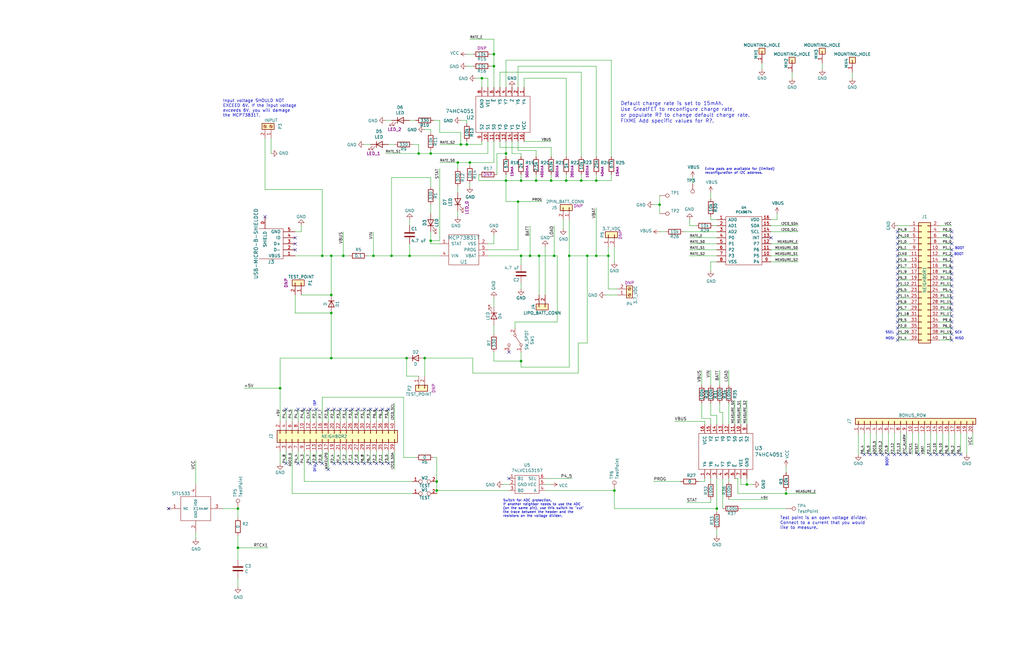
<source format=kicad_sch>
(kicad_sch (version 20230121) (generator eeschema)
  (paper "USLedger")
  (title_block (title "Jasmine") (date "2019-03-27") (company "Copyright 2015 Michael Ossmann") (comment 1 "License: GPL v2"))
  (junction (at 196.85 60.96))
  (junction (at 165.1 107.95))
  (junction (at 256.54 107.95))
  (junction (at 203.2 33.02))
  (junction (at 100.33 231.14))
  (junction (at 194.31 60.96))
  (junction (at 198.12 68.58))
  (junction (at 157.48 107.95))
  (junction (at 184.15 203.2))
  (junction (at 100.33 214.63))
  (junction (at 118.11 163.83))
  (junction (at 259.08 207.01))
  (junction (at 247.65 107.95))
  (junction (at 219.71 107.95))
  (junction (at 144.78 107.95))
  (junction (at 193.04 68.58))
  (junction (at 176.53 64.77))
  (junction (at 251.46 107.95))
  (junction (at 181.61 64.77))
  (junction (at 314.96 204.47))
  (junction (at 227.33 107.95))
  (junction (at 139.7 124.46))
  (junction (at 139.7 132.08))
  (junction (at 233.68 107.95))
  (junction (at 223.52 107.95))
  (junction (at 171.45 151.13))
  (junction (at 213.36 76.2))
  (junction (at 181.61 101.6))
  (junction (at 245.11 76.2))
  (junction (at 251.46 76.2))
  (junction (at 139.7 107.95))
  (junction (at 219.71 76.2))
  (junction (at 238.76 76.2))
  (junction (at 208.28 27.94))
  (junction (at 213.36 64.77))
  (junction (at 226.06 76.2))
  (junction (at 218.44 85.09))
  (junction (at 232.41 76.2))
  (junction (at 135.89 107.95))
  (junction (at 302.26 214.63))
  (junction (at 172.72 107.95))
  (junction (at 179.07 151.13))
  (junction (at 184.15 207.01))
  (junction (at 208.28 22.86))
  (junction (at 278.13 86.36))
  (junction (at 139.7 151.13))
  (junction (at 219.71 152.4))
  (junction (at 331.47 208.28))
  (junction (at 240.03 107.95))
  (no_connect (at 397.51 191.77))
  (no_connect (at 148.59 172.72))
  (no_connect (at 135.89 195.58))
  (no_connect (at 133.35 195.58))
  (no_connect (at 401.32 128.27))
  (no_connect (at 378.46 123.19))
  (no_connect (at 125.73 195.58))
  (no_connect (at 120.65 172.72))
  (no_connect (at 138.43 198.12))
  (no_connect (at 378.46 140.97))
  (no_connect (at 401.32 135.89))
  (no_connect (at 401.32 118.11))
  (no_connect (at 402.59 191.77))
  (no_connect (at 382.27 191.77))
  (no_connect (at 120.65 195.58))
  (no_connect (at 153.67 195.58))
  (no_connect (at 401.32 100.33))
  (no_connect (at 387.35 191.77))
  (no_connect (at 401.32 143.51))
  (no_connect (at 401.32 133.35))
  (no_connect (at 156.21 195.58))
  (no_connect (at 378.46 143.51))
  (no_connect (at 378.46 130.81))
  (no_connect (at 401.32 130.81))
  (no_connect (at 138.43 172.72))
  (no_connect (at 401.32 125.73))
  (no_connect (at 325.12 100.33))
  (no_connect (at 394.97 191.77))
  (no_connect (at 163.83 172.72))
  (no_connect (at 378.46 110.49))
  (no_connect (at 151.13 195.58))
  (no_connect (at 405.13 191.77))
  (no_connect (at 130.81 172.72))
  (no_connect (at 378.46 133.35))
  (no_connect (at 111.76 91.44))
  (no_connect (at 378.46 120.65))
  (no_connect (at 364.49 191.77))
  (no_connect (at 133.35 172.72))
  (no_connect (at 71.12 214.63))
  (no_connect (at 378.46 118.11))
  (no_connect (at 401.32 120.65))
  (no_connect (at 128.27 172.72))
  (no_connect (at 378.46 107.95))
  (no_connect (at 158.75 195.58))
  (no_connect (at 148.59 195.58))
  (no_connect (at 401.32 113.03))
  (no_connect (at 130.81 195.58))
  (no_connect (at 378.46 128.27))
  (no_connect (at 124.46 105.41))
  (no_connect (at 372.11 191.77))
  (no_connect (at 156.21 172.72))
  (no_connect (at 161.29 195.58))
  (no_connect (at 374.65 191.77))
  (no_connect (at 124.46 102.87))
  (no_connect (at 401.32 105.41))
  (no_connect (at 151.13 172.72))
  (no_connect (at 163.83 195.58))
  (no_connect (at 124.46 100.33))
  (no_connect (at 140.97 195.58))
  (no_connect (at 143.51 195.58))
  (no_connect (at 379.73 191.77))
  (no_connect (at 369.57 191.77))
  (no_connect (at 146.05 172.72))
  (no_connect (at 378.46 138.43))
  (no_connect (at 378.46 113.03))
  (no_connect (at 153.67 172.72))
  (no_connect (at 378.46 100.33))
  (no_connect (at 400.05 191.77))
  (no_connect (at 158.75 172.72))
  (no_connect (at 392.43 191.77))
  (no_connect (at 146.05 195.58))
  (no_connect (at 367.03 191.77))
  (no_connect (at 401.32 115.57))
  (no_connect (at 401.32 138.43))
  (no_connect (at 161.29 172.72))
  (no_connect (at 401.32 97.79))
  (no_connect (at 214.63 201.93))
  (no_connect (at 378.46 102.87))
  (no_connect (at 378.46 105.41))
  (no_connect (at 401.32 110.49))
  (no_connect (at 401.32 123.19))
  (no_connect (at 401.32 140.97))
  (no_connect (at 125.73 172.72))
  (no_connect (at 401.32 102.87))
  (no_connect (at 214.63 148.59))
  (no_connect (at 401.32 107.95))
  (no_connect (at 140.97 172.72))
  (no_connect (at 143.51 172.72))
  (no_connect (at 378.46 135.89))
  (no_connect (at 378.46 115.57))
  (no_connect (at 377.19 191.77))
  (no_connect (at 378.46 125.73))
  (no_connect (at 378.46 97.79))
  (wire (pts (xy 325.12 102.87) (xy 336.55 102.87)))
  (wire (pts (xy 209.55 64.77) (xy 209.55 73.66)))
  (wire (pts (xy 165.1 74.93) (xy 165.1 107.95)))
  (wire (pts (xy 201.93 73.66) (xy 201.93 76.2)))
  (wire (pts (xy 245.11 73.66) (xy 245.11 76.2)))
  (wire (pts (xy 124.46 124.46) (xy 124.46 132.08)))
  (wire (pts (xy 203.2 33.02) (xy 200.66 33.02)))
  (wire (pts (xy 325.12 107.95) (xy 336.55 107.95)))
  (wire (pts (xy 245.11 76.2) (xy 251.46 76.2)))
  (wire (pts (xy 256.54 121.92) (xy 256.54 107.95)))
  (wire (pts (xy 218.44 85.09) (xy 228.6 85.09)))
  (wire (pts (xy 135.89 107.95) (xy 135.89 80.01)))
  (wire (pts (xy 124.46 107.95) (xy 135.89 107.95)))
  (wire (pts (xy 402.59 191.77) (xy 402.59 182.88)))
  (wire (pts (xy 198.12 77.47) (xy 198.12 78.74)))
  (wire (pts (xy 156.21 60.96) (xy 153.67 60.96)))
  (wire (pts (xy 158.75 195.58) (xy 158.75 190.5)))
  (wire (pts (xy 194.31 55.88) (xy 185.42 55.88)))
  (wire (pts (xy 293.37 95.25) (xy 290.83 95.25)))
  (wire (pts (xy 240.03 107.95) (xy 247.65 107.95)))
  (wire (pts (xy 302.26 100.33) (xy 290.83 100.33)))
  (wire (pts (xy 100.33 243.84) (xy 100.33 247.65)))
  (wire (pts (xy 176.53 64.77) (xy 176.53 60.96)))
  (wire (pts (xy 401.32 138.43) (xy 396.24 138.43)))
  (wire (pts (xy 220.98 33.02) (xy 220.98 36.83)))
  (wire (pts (xy 379.73 191.77) (xy 379.73 182.88)))
  (wire (pts (xy 227.33 124.46) (xy 227.33 107.95)))
  (wire (pts (xy 219.71 66.04) (xy 219.71 64.77)))
  (wire (pts (xy 321.31 26.67) (xy 321.31 29.21)))
  (wire (pts (xy 184.15 203.2) (xy 184.15 207.01)))
  (wire (pts (xy 139.7 132.08) (xy 139.7 151.13)))
  (wire (pts (xy 214.63 207.01) (xy 184.15 207.01)))
  (wire (pts (xy 146.05 195.58) (xy 146.05 190.5)))
  (wire (pts (xy 214.63 204.47) (xy 212.09 204.47)))
  (wire (pts (xy 374.65 191.77) (xy 374.65 182.88)))
  (wire (pts (xy 410.21 182.88) (xy 410.21 187.96)))
  (wire (pts (xy 307.34 162.56) (xy 307.34 156.21)))
  (wire (pts (xy 295.91 176.53) (xy 299.72 176.53)))
  (wire (pts (xy 346.71 26.67) (xy 346.71 29.21)))
  (wire (pts (xy 208.28 148.59) (xy 208.28 152.4)))
  (wire (pts (xy 303.53 162.56) (xy 303.53 156.21)))
  (wire (pts (xy 278.13 82.55) (xy 278.13 86.36)))
  (wire (pts (xy 172.72 107.95) (xy 172.72 102.87)))
  (wire (pts (xy 383.54 143.51) (xy 378.46 143.51)))
  (wire (pts (xy 201.93 76.2) (xy 213.36 76.2)))
  (wire (pts (xy 302.26 95.25) (xy 300.99 95.25)))
  (wire (pts (xy 251.46 66.04) (xy 251.46 27.94)))
  (wire (pts (xy 302.26 105.41) (xy 290.83 105.41)))
  (wire (pts (xy 378.46 97.79) (xy 383.54 97.79)))
  (wire (pts (xy 331.47 207.01) (xy 331.47 208.28)))
  (wire (pts (xy 218.44 105.41) (xy 205.74 105.41)))
  (wire (pts (xy 210.82 62.23) (xy 210.82 59.69)))
  (wire (pts (xy 299.72 92.71) (xy 299.72 91.44)))
  (wire (pts (xy 208.28 59.69) (xy 208.28 68.58)))
  (wire (pts (xy 325.12 92.71) (xy 327.66 92.71)))
  (wire (pts (xy 100.33 231.14) (xy 100.33 236.22)))
  (wire (pts (xy 176.53 60.96) (xy 173.99 60.96)))
  (wire (pts (xy 185.42 68.58) (xy 193.04 68.58)))
  (wire (pts (xy 314.96 204.47) (xy 317.5 204.47)))
  (wire (pts (xy 229.87 201.93) (xy 241.3 201.93)))
  (wire (pts (xy 240.03 92.71) (xy 240.03 107.95)))
  (wire (pts (xy 325.12 97.79) (xy 336.55 97.79)))
  (wire (pts (xy 179.07 151.13) (xy 199.39 151.13)))
  (wire (pts (xy 156.21 190.5) (xy 156.21 195.58)))
  (wire (pts (xy 232.41 66.04) (xy 232.41 62.23)))
  (wire (pts (xy 359.41 30.48) (xy 359.41 33.02)))
  (wire (pts (xy 290.83 95.25) (xy 290.83 92.71)))
  (wire (pts (xy 196.85 50.8) (xy 196.85 52.07)))
  (wire (pts (xy 124.46 97.79) (xy 127 97.79)))
  (wire (pts (xy 199.39 22.86) (xy 196.85 22.86)))
  (wire (pts (xy 299.72 162.56) (xy 299.72 156.21)))
  (wire (pts (xy 401.32 128.27) (xy 396.24 128.27)))
  (wire (pts (xy 259.08 207.01) (xy 259.08 214.63)))
  (wire (pts (xy 245.11 66.04) (xy 245.11 30.48)))
  (wire (pts (xy 123.19 172.72) (xy 123.19 177.8)))
  (wire (pts (xy 396.24 105.41) (xy 401.32 105.41)))
  (wire (pts (xy 153.67 172.72) (xy 153.67 177.8)))
  (wire (pts (xy 125.73 172.72) (xy 125.73 177.8)))
  (wire (pts (xy 302.26 201.93) (xy 302.26 214.63)))
  (wire (pts (xy 208.28 152.4) (xy 219.71 152.4)))
  (wire (pts (xy 260.35 121.92) (xy 256.54 121.92)))
  (wire (pts (xy 312.42 204.47) (xy 314.96 204.47)))
  (wire (pts (xy 140.97 190.5) (xy 140.97 195.58)))
  (wire (pts (xy 295.91 162.56) (xy 295.91 156.21)))
  (wire (pts (xy 378.46 133.35) (xy 383.54 133.35)))
  (wire (pts (xy 227.33 107.95) (xy 233.68 107.95)))
  (wire (pts (xy 307.34 210.82) (xy 323.85 210.82)))
  (wire (pts (xy 309.88 168.91) (xy 309.88 179.07)))
  (wire (pts (xy 161.29 190.5) (xy 161.29 195.58)))
  (wire (pts (xy 303.53 173.99) (xy 304.8 173.99)))
  (wire (pts (xy 185.42 60.96) (xy 194.31 60.96)))
  (wire (pts (xy 302.26 223.52) (xy 302.26 226.06)))
  (wire (pts (xy 382.27 191.77) (xy 382.27 182.88)))
  (wire (pts (xy 217.17 138.43) (xy 217.17 135.89)))
  (wire (pts (xy 185.42 55.88) (xy 185.42 50.8)))
  (wire (pts (xy 378.46 100.33) (xy 383.54 100.33)))
  (wire (pts (xy 302.26 92.71) (xy 299.72 92.71)))
  (wire (pts (xy 302.26 175.26) (xy 302.26 179.07)))
  (wire (pts (xy 240.03 154.94) (xy 240.03 107.95)))
  (wire (pts (xy 144.78 107.95) (xy 147.32 107.95)))
  (wire (pts (xy 309.88 201.93) (xy 311.15 201.93)))
  (wire (pts (xy 179.07 158.75) (xy 179.07 151.13)))
  (wire (pts (xy 378.46 113.03) (xy 383.54 113.03)))
  (wire (pts (xy 401.32 118.11) (xy 396.24 118.11)))
  (wire (pts (xy 312.42 214.63) (xy 331.47 214.63)))
  (wire (pts (xy 233.68 107.95) (xy 234.95 107.95)))
  (wire (pts (xy 378.46 123.19) (xy 383.54 123.19)))
  (wire (pts (xy 396.24 115.57) (xy 401.32 115.57)))
  (wire (pts (xy 299.72 110.49) (xy 299.72 114.3)))
  (wire (pts (xy 401.32 113.03) (xy 396.24 113.03)))
  (wire (pts (xy 193.04 78.74) (xy 193.04 81.28)))
  (wire (pts (xy 198.12 68.58) (xy 208.28 68.58)))
  (wire (pts (xy 208.28 129.54) (xy 208.28 125.73)))
  (wire (pts (xy 165.1 107.95) (xy 157.48 107.95)))
  (wire (pts (xy 171.45 158.75) (xy 171.45 151.13)))
  (wire (pts (xy 238.76 33.02) (xy 220.98 33.02)))
  (wire (pts (xy 161.29 172.72) (xy 161.29 177.8)))
  (wire (pts (xy 130.81 172.72) (xy 130.81 177.8)))
  (wire (pts (xy 207.01 22.86) (xy 208.28 22.86)))
  (wire (pts (xy 199.39 157.48) (xy 243.84 157.48)))
  (wire (pts (xy 135.89 80.01) (xy 111.76 80.01)))
  (wire (pts (xy 257.81 76.2) (xy 257.81 73.66)))
  (wire (pts (xy 259.08 207.01) (xy 229.87 207.01)))
  (wire (pts (xy 304.8 201.93) (xy 304.8 214.63)))
  (wire (pts (xy 193.04 68.58) (xy 198.12 68.58)))
  (wire (pts (xy 175.26 50.8) (xy 172.72 50.8)))
  (wire (pts (xy 140.97 172.72) (xy 140.97 177.8)))
  (wire (pts (xy 369.57 191.77) (xy 369.57 182.88)))
  (wire (pts (xy 243.84 157.48) (xy 243.84 144.78)))
  (wire (pts (xy 364.49 191.77) (xy 364.49 182.88)))
  (wire (pts (xy 219.71 107.95) (xy 223.52 107.95)))
  (wire (pts (xy 208.28 27.94) (xy 208.28 36.83)))
  (wire (pts (xy 256.54 107.95) (xy 256.54 104.14)))
  (wire (pts (xy 208.28 102.87) (xy 208.28 99.06)))
  (wire (pts (xy 260.35 124.46) (xy 255.27 124.46)))
  (wire (pts (xy 378.46 107.95) (xy 383.54 107.95)))
  (wire (pts (xy 213.36 85.09) (xy 213.36 76.2)))
  (wire (pts (xy 251.46 76.2) (xy 257.81 76.2)))
  (wire (pts (xy 118.11 163.83) (xy 118.11 177.8)))
  (wire (pts (xy 299.72 201.93) (xy 299.72 203.2)))
  (wire (pts (xy 82.55 224.79) (xy 82.55 227.33)))
  (wire (pts (xy 219.71 76.2) (xy 226.06 76.2)))
  (wire (pts (xy 143.51 195.58) (xy 143.51 190.5)))
  (wire (pts (xy 407.67 191.77) (xy 407.67 182.88)))
  (wire (pts (xy 378.46 102.87) (xy 383.54 102.87)))
  (wire (pts (xy 251.46 73.66) (xy 251.46 76.2)))
  (wire (pts (xy 299.72 170.18) (xy 299.72 175.26)))
  (wire (pts (xy 257.81 25.4) (xy 213.36 25.4)))
  (wire (pts (xy 401.32 97.79) (xy 396.24 97.79)))
  (wire (pts (xy 165.1 50.8) (xy 162.56 50.8)))
  (wire (pts (xy 223.52 107.95) (xy 227.33 107.95)))
  (wire (pts (xy 299.72 212.09) (xy 289.56 212.09)))
  (wire (pts (xy 100.33 226.06) (xy 100.33 231.14)))
  (wire (pts (xy 123.19 208.28) (xy 173.99 208.28)))
  (wire (pts (xy 181.61 54.61) (xy 179.07 54.61)))
  (wire (pts (xy 331.47 199.39) (xy 331.47 196.85)))
  (wire (pts (xy 232.41 62.23) (xy 210.82 62.23)))
  (wire (pts (xy 209.55 64.77) (xy 213.36 64.77)))
  (wire (pts (xy 213.36 64.77) (xy 213.36 59.69)))
  (wire (pts (xy 218.44 85.09) (xy 213.36 85.09)))
  (wire (pts (xy 325.12 110.49) (xy 336.55 110.49)))
  (wire (pts (xy 138.43 172.72) (xy 138.43 177.8)))
  (wire (pts (xy 311.15 208.28) (xy 331.47 208.28)))
  (wire (pts (xy 325.12 105.41) (xy 336.55 105.41)))
  (wire (pts (xy 146.05 172.72) (xy 146.05 177.8)))
  (wire (pts (xy 158.75 172.72) (xy 158.75 177.8)))
  (wire (pts (xy 163.83 195.58) (xy 163.83 190.5)))
  (wire (pts (xy 151.13 190.5) (xy 151.13 195.58)))
  (wire (pts (xy 172.72 95.25) (xy 172.72 92.71)))
  (wire (pts (xy 217.17 135.89) (xy 234.95 135.89)))
  (wire (pts (xy 172.72 107.95) (xy 185.42 107.95)))
  (wire (pts (xy 148.59 195.58) (xy 148.59 190.5)))
  (wire (pts (xy 311.15 201.93) (xy 311.15 208.28)))
  (wire (pts (xy 198.12 69.85) (xy 198.12 68.58)))
  (wire (pts (xy 401.32 107.95) (xy 396.24 107.95)))
  (wire (pts (xy 396.24 95.25) (xy 401.32 95.25)))
  (wire (pts (xy 314.96 201.93) (xy 314.96 204.47)))
  (wire (pts (xy 232.41 76.2) (xy 238.76 76.2)))
  (wire (pts (xy 156.21 172.72) (xy 156.21 177.8)))
  (wire (pts (xy 377.19 191.77) (xy 377.19 182.88)))
  (wire (pts (xy 218.44 63.5) (xy 218.44 59.69)))
  (wire (pts (xy 181.61 64.77) (xy 205.74 64.77)))
  (wire (pts (xy 232.41 73.66) (xy 232.41 76.2)))
  (wire (pts (xy 135.89 177.8) (xy 135.89 167.64)))
  (wire (pts (xy 219.71 107.95) (xy 219.71 111.76)))
  (wire (pts (xy 401.32 140.97) (xy 396.24 140.97)))
  (wire (pts (xy 259.08 104.14) (xy 259.08 110.49)))
  (wire (pts (xy 144.78 107.95) (xy 144.78 97.79)))
  (wire (pts (xy 218.44 85.09) (xy 218.44 105.41)))
  (wire (pts (xy 219.71 152.4) (xy 219.71 154.94)))
  (wire (pts (xy 302.26 102.87) (xy 290.83 102.87)))
  (wire (pts (xy 297.18 179.07) (xy 297.18 177.8)))
  (wire (pts (xy 245.11 30.48) (xy 210.82 30.48)))
  (wire (pts (xy 280.67 97.79) (xy 278.13 97.79)))
  (wire (pts (xy 166.37 190.5) (xy 166.37 198.12)))
  (wire (pts (xy 389.89 191.77) (xy 389.89 182.88)))
  (wire (pts (xy 182.88 193.04) (xy 184.15 193.04)))
  (wire (pts (xy 396.24 110.49) (xy 401.32 110.49)))
  (wire (pts (xy 396.24 135.89) (xy 401.32 135.89)))
  (wire (pts (xy 238.76 66.04) (xy 238.76 33.02)))
  (wire (pts (xy 166.37 170.18) (xy 166.37 177.8)))
  (wire (pts (xy 367.03 191.77) (xy 367.03 182.88)))
  (wire (pts (xy 213.36 76.2) (xy 219.71 76.2)))
  (wire (pts (xy 210.82 30.48) (xy 210.82 36.83)))
  (wire (pts (xy 194.31 60.96) (xy 196.85 60.96)))
  (wire (pts (xy 181.61 63.5) (xy 181.61 64.77)))
  (wire (pts (xy 229.87 204.47) (xy 232.41 204.47)))
  (wire (pts (xy 176.53 158.75) (xy 171.45 158.75)))
  (wire (pts (xy 396.24 143.51) (xy 401.32 143.51)))
  (wire (pts (xy 219.71 73.66) (xy 219.71 76.2)))
  (wire (pts (xy 123.19 190.5) (xy 123.19 208.28)))
  (wire (pts (xy 387.35 191.77) (xy 387.35 182.88)))
  (wire (pts (xy 181.61 102.87) (xy 185.42 102.87)))
  (wire (pts (xy 297.18 203.2) (xy 297.18 201.93)))
  (wire (pts (xy 185.42 50.8) (xy 182.88 50.8)))
  (wire (pts (xy 125.73 190.5) (xy 125.73 195.58)))
  (wire (pts (xy 292.1 74.93) (xy 292.1 77.47)))
  (wire (pts (xy 299.72 83.82) (xy 299.72 81.28)))
  (wire (pts (xy 378.46 118.11) (xy 383.54 118.11)))
  (wire (pts (xy 93.98 214.63) (xy 100.33 214.63)))
  (wire (pts (xy 392.43 191.77) (xy 392.43 182.88)))
  (wire (pts (xy 304.8 173.99) (xy 304.8 179.07)))
  (wire (pts (xy 203.2 36.83) (xy 203.2 33.02)))
  (wire (pts (xy 128.27 203.2) (xy 128.27 190.5)))
  (wire (pts (xy 223.52 107.95) (xy 223.52 95.25)))
  (wire (pts (xy 314.96 168.91) (xy 314.96 179.07)))
  (wire (pts (xy 219.71 148.59) (xy 219.71 152.4)))
  (wire (pts (xy 157.48 107.95) (xy 157.48 97.79)))
  (wire (pts (xy 396.24 130.81) (xy 401.32 130.81)))
  (wire (pts (xy 185.42 71.12) (xy 185.42 101.6)))
  (wire (pts (xy 165.1 107.95) (xy 172.72 107.95)))
  (wire (pts (xy 193.04 68.58) (xy 193.04 71.12)))
  (wire (pts (xy 247.65 107.95) (xy 247.65 144.78)))
  (wire (pts (xy 275.59 86.36) (xy 278.13 86.36)))
  (wire (pts (xy 234.95 135.89) (xy 234.95 107.95)))
  (wire (pts (xy 193.04 88.9) (xy 193.04 91.44)))
  (wire (pts (xy 184.15 207.01) (xy 184.15 208.28)))
  (wire (pts (xy 299.72 176.53) (xy 299.72 179.07)))
  (wire (pts (xy 196.85 60.96) (xy 203.2 60.96)))
  (wire (pts (xy 218.44 27.94) (xy 218.44 36.83)))
  (wire (pts (xy 153.67 195.58) (xy 153.67 190.5)))
  (wire (pts (xy 334.01 30.48) (xy 334.01 33.02)))
  (wire (pts (xy 207.01 27.94) (xy 208.28 27.94)))
  (wire (pts (xy 215.9 64.77) (xy 215.9 59.69)))
  (wire (pts (xy 302.26 214.63) (xy 302.26 215.9)))
  (wire (pts (xy 184.15 193.04) (xy 184.15 203.2)))
  (wire (pts (xy 243.84 144.78) (xy 247.65 144.78)))
  (wire (pts (xy 118.11 195.58) (xy 118.11 190.5)))
  (wire (pts (xy 378.46 140.97) (xy 383.54 140.97)))
  (wire (pts (xy 233.68 107.95) (xy 233.68 95.25)))
  (wire (pts (xy 384.81 191.77) (xy 384.81 182.88)))
  (wire (pts (xy 139.7 151.13) (xy 171.45 151.13)))
  (wire (pts (xy 312.42 201.93) (xy 312.42 204.47)))
  (wire (pts (xy 278.13 86.36) (xy 278.13 90.17)))
  (wire (pts (xy 208.28 22.86) (xy 208.28 27.94)))
  (wire (pts (xy 397.51 191.77) (xy 397.51 182.88)))
  (wire (pts (xy 238.76 73.66) (xy 238.76 76.2)))
  (wire (pts (xy 396.24 100.33) (xy 401.32 100.33)))
  (wire (pts (xy 378.46 128.27) (xy 383.54 128.27)))
  (wire (pts (xy 238.76 76.2) (xy 245.11 76.2)))
  (wire (pts (xy 181.61 74.93) (xy 165.1 74.93)))
  (wire (pts (xy 111.76 58.42) (xy 111.76 80.01)))
  (wire (pts (xy 133.35 172.72) (xy 133.35 177.8)))
  (wire (pts (xy 229.87 124.46) (xy 229.87 104.14)))
  (wire (pts (xy 378.46 138.43) (xy 383.54 138.43)))
  (wire (pts (xy 294.64 203.2) (xy 297.18 203.2)))
  (wire (pts (xy 143.51 172.72) (xy 143.51 177.8)))
  (wire (pts (xy 163.83 177.8) (xy 163.83 172.72)))
  (wire (pts (xy 312.42 168.91) (xy 312.42 179.07)))
  (wire (pts (xy 327.66 92.71) (xy 327.66 90.17)))
  (wire (pts (xy 226.06 63.5) (xy 218.44 63.5)))
  (wire (pts (xy 148.59 172.72) (xy 148.59 177.8)))
  (wire (pts (xy 118.11 151.13) (xy 139.7 151.13)))
  (wire (pts (xy 124.46 132.08) (xy 139.7 132.08)))
  (wire (pts (xy 176.53 64.77) (xy 181.61 64.77)))
  (wire (pts (xy 237.49 92.71) (xy 237.49 96.52)))
  (wire (pts (xy 151.13 172.72) (xy 151.13 177.8)))
  (wire (pts (xy 203.2 59.69) (xy 203.2 60.96)))
  (wire (pts (xy 162.56 64.77) (xy 176.53 64.77)))
  (wire (pts (xy 394.97 191.77) (xy 394.97 182.88)))
  (wire (pts (xy 297.18 177.8) (xy 284.48 177.8)))
  (wire (pts (xy 378.46 135.89) (xy 383.54 135.89)))
  (wire (pts (xy 405.13 191.77) (xy 405.13 182.88)))
  (wire (pts (xy 128.27 203.2) (xy 173.99 203.2)))
  (wire (pts (xy 181.61 86.36) (xy 181.61 90.17)))
  (wire (pts (xy 208.28 140.97) (xy 208.28 137.16)))
  (wire (pts (xy 170.18 193.04) (xy 175.26 193.04)))
  (wire (pts (xy 251.46 107.95) (xy 256.54 107.95)))
  (wire (pts (xy 219.71 154.94) (xy 240.03 154.94)))
  (wire (pts (xy 120.65 177.8) (xy 120.65 172.72)))
  (wire (pts (xy 118.11 163.83) (xy 102.87 163.83)))
  (wire (pts (xy 181.61 55.88) (xy 181.61 54.61)))
  (wire (pts (xy 302.26 97.79) (xy 288.29 97.79)))
  (wire (pts (xy 378.46 95.25) (xy 383.54 95.25)))
  (wire (pts (xy 307.34 203.2) (xy 307.34 201.93)))
  (wire (pts (xy 378.46 105.41) (xy 383.54 105.41)))
  (wire (pts (xy 196.85 59.69) (xy 196.85 60.96)))
  (wire (pts (xy 139.7 107.95) (xy 139.7 124.46)))
  (wire (pts (xy 205.74 107.95) (xy 219.71 107.95)))
  (wire (pts (xy 219.71 119.38) (xy 219.71 121.92)))
  (wire (pts (xy 303.53 170.18) (xy 303.53 173.99)))
  (wire (pts (xy 361.95 191.77) (xy 361.95 182.88)))
  (wire (pts (xy 226.06 73.66) (xy 226.06 76.2)))
  (wire (pts (xy 100.33 214.63) (xy 100.33 218.44)))
  (wire (pts (xy 114.3 58.42) (xy 114.3 64.77)))
  (wire (pts (xy 199.39 151.13) (xy 199.39 157.48)))
  (wire (pts (xy 181.61 101.6) (xy 181.61 102.87)))
  (wire (pts (xy 247.65 107.95) (xy 251.46 107.95)))
  (wire (pts (xy 226.06 76.2) (xy 232.41 76.2)))
  (wire (pts (xy 205.74 59.69) (xy 205.74 64.77)))
  (wire (pts (xy 135.89 107.95) (xy 139.7 107.95)))
  (wire (pts (xy 127 124.46) (xy 139.7 124.46)))
  (wire (pts (xy 251.46 27.94) (xy 218.44 27.94)))
  (wire (pts (xy 213.36 25.4) (xy 213.36 36.83)))
  (wire (pts (xy 325.12 95.25) (xy 336.55 95.25)))
  (wire (pts (xy 170.18 167.64) (xy 170.18 193.04)))
  (wire (pts (xy 302.26 107.95) (xy 290.83 107.95)))
  (wire (pts (xy 401.32 102.87) (xy 396.24 102.87)))
  (wire (pts (xy 299.72 210.82) (xy 299.72 212.09)))
  (wire (pts (xy 307.34 170.18) (xy 307.34 179.07)))
  (wire (pts (xy 185.42 101.6) (xy 181.61 101.6)))
  (wire (pts (xy 194.31 60.96) (xy 194.31 55.88)))
  (wire (pts (xy 401.32 123.19) (xy 396.24 123.19)))
  (wire (pts (xy 82.55 204.47) (xy 82.55 194.31)))
  (wire (pts (xy 219.71 64.77) (xy 215.9 64.77)))
  (wire (pts (xy 199.39 27.94) (xy 196.85 27.94)))
  (wire (pts (xy 372.11 191.77) (xy 372.11 182.88)))
  (wire (pts (xy 166.37 60.96) (xy 163.83 60.96)))
  (wire (pts (xy 135.89 195.58) (xy 135.89 190.5)))
  (wire (pts (xy 128.27 172.72) (xy 128.27 177.8)))
  (wire (pts (xy 100.33 231.14) (xy 113.03 231.14)))
  (wire (pts (xy 139.7 107.95) (xy 144.78 107.95)))
  (wire (pts (xy 400.05 191.77) (xy 400.05 182.88)))
  (wire (pts (xy 208.28 16.51) (xy 208.28 22.86)))
  (wire (pts (xy 213.36 73.66) (xy 213.36 76.2)))
  (wire (pts (xy 257.81 66.04) (xy 257.81 25.4)))
  (wire (pts (xy 396.24 125.73) (xy 401.32 125.73)))
  (wire (pts (xy 378.46 120.65) (xy 383.54 120.65)))
  (wire (pts (xy 220.98 59.69) (xy 232.41 59.69)))
  (wire (pts (xy 226.06 66.04) (xy 226.06 63.5)))
  (wire (pts (xy 133.35 195.58) (xy 133.35 190.5)))
  (wire (pts (xy 378.46 125.73) (xy 383.54 125.73)))
  (wire (pts (xy 118.11 151.13) (xy 118.11 163.83)))
  (wire (pts (xy 295.91 170.18) (xy 295.91 176.53)))
  (wire (pts (xy 205.74 102.87) (xy 208.28 102.87)))
  (wire (pts (xy 213.36 66.04) (xy 213.36 64.77)))
  (wire (pts (xy 378.46 115.57) (xy 383.54 115.57)))
  (wire (pts (xy 287.02 203.2) (xy 275.59 203.2)))
  (wire (pts (xy 135.89 167.64) (xy 170.18 167.64)))
  (wire (pts (xy 378.46 110.49) (xy 383.54 110.49)))
  (wire (pts (xy 251.46 107.95) (xy 251.46 87.63)))
  (wire (pts (xy 259.08 214.63) (xy 302.26 214.63)))
  (wire (pts (xy 130.81 195.58) (xy 130.81 190.5)))
  (wire (pts (xy 378.46 130.81) (xy 383.54 130.81)))
  (wire (pts (xy 181.61 78.74) (xy 181.61 74.93)))
  (wire (pts (xy 138.43 190.5) (xy 138.43 198.12)))
  (wire (pts (xy 205.74 36.83) (xy 205.74 33.02)))
  (wire (pts (xy 194.31 50.8) (xy 196.85 50.8)))
  (wire (pts (xy 120.65 195.58) (xy 120.65 190.5)))
  (wire (pts (xy 157.48 107.95) (xy 154.94 107.95)))
  (wire (pts (xy 299.72 175.26) (xy 302.26 175.26)))
  (wire (pts (xy 396.24 120.65) (xy 401.32 120.65)))
  (wire (pts (xy 401.32 133.35) (xy 396.24 133.35)))
  (wire (pts (xy 302.26 110.49) (xy 299.72 110.49)))
  (wire (pts (xy 181.61 97.79) (xy 181.61 101.6)))
  (wire (pts (xy 205.74 33.02) (xy 203.2 33.02)))
  (wire (pts (xy 331.47 208.28) (xy 344.17 208.28)))
  (wire (pts (xy 198.12 16.51) (xy 208.28 16.51)))
  (wire (pts (xy 127 97.79) (xy 127 95.25)))
  (text "Input voltage SHOULD NOT\nEXCEED 6V. If the input voltage\nexceeds 6V, you will damage\nthe MCP73831T." (at 93.98 49.53 0) (effects (font (size 1.27 1.27)) (justify left bottom)))
  (text "Default charge rate is set to 15mAh.\nUse GreatFET to reconfigure charge rate,\nor populate R? to change default charge rate.\nFIXME Add specific values for R?." (at 261.62 52.07 0) (effects (font (size 1.524 1.524)) (justify left bottom)))
  (text "Extra pads are available for (limited)\nreconfiguration of I2C address." (at 297.18 73.66 0) (effects (font (size 1.016 1.016)) (justify left bottom)))
  (text "Switch for ADC protection.\nIf another neighbor needs to use the ADC\n(on the same pin), use this switch to \"cut\"\nthe trace between the header and the\nresistors on the voltage divider." (at 212.09 218.44 0) (effects (font (size 1.016 1.016)) (justify left bottom)))
  (text "MISO" (at 402.59 143.51 0) (effects (font (size 1.016 1.016)) (justify left bottom)))
  (text "SCK" (at 402.59 140.97 0) (effects (font (size 1.016 1.016)) (justify left bottom)))
  (text "Test point is an open voltage divider.\nConnect to a current that you would\nlike to measure." (at 328.93 223.52 0) (effects (font (size 1.27 1.27)) (justify left bottom)))
  (text "BOOT" (at 406.4 107.95 0) (effects (font (size 1.016 1.016)) (justify right bottom)))
  (text "MOSI" (at 377.19 143.51 0) (effects (font (size 1.016 1.016)) (justify right bottom)))
  (text "ISP" (at 133.35 168.91 90) (effects (font (size 1.016 1.016)) (justify right bottom)))
  (text "BOOT" (at 402.59 105.41 0) (effects (font (size 1.016 1.016)) (justify left bottom)))
  (text "BOOT" (at 374.65 196.85 90) (effects (font (size 1.016 1.016)) (justify left bottom)))
  (text "DFU" (at 133.35 199.39 90) (effects (font (size 1.016 1.016)) (justify left bottom)))
  (text "SSEL" (at 377.19 140.97 0) (effects (font (size 1.016 1.016)) (justify right bottom)))
  (label "PROG" (at 228.6 85.09 180) (effects (font (size 1.016 1.016))))
  (label "PROG" (at 275.59 203.2 0))
  (label "VBUS" (at 144.78 97.79 270))
  (label "P6_5" (at 367.03 191.77 90) (effects (font (size 1.016 1.016))))
  (label "RTCX1" (at 113.03 231.14 180))
  (label "P2_12" (at 377.19 191.77 90) (effects (font (size 1.016 1.016))))
  (label "P6_7" (at 156.21 195.58 90) (effects (font (size 1.016 1.016))))
  (label "MEASURE_S2" (at 314.96 168.91 270) (effects (font (size 1.016 1.016))))
  (label "LOAD" (at 233.68 95.25 270))
  (label "P3_0" (at 148.59 172.72 270) (effects (font (size 1.016 1.016))))
  (label "P6_9" (at 400.05 191.77 90) (effects (font (size 1.016 1.016))))
  (label "P6_6" (at 158.75 172.72 270) (effects (font (size 1.016 1.016))))
  (label "P3_4" (at 151.13 172.72 270) (effects (font (size 1.016 1.016))))
  (label "P2_2" (at 158.75 195.58 90) (effects (font (size 1.016 1.016))))
  (label "P1_13" (at 401.32 125.73 180) (effects (font (size 1.016 1.016))))
  (label "P1_14" (at 378.46 125.73 0) (effects (font (size 1.016 1.016))))
  (label "P7_1" (at 148.59 195.58 90) (effects (font (size 1.016 1.016))))
  (label "P2_7" (at 133.35 172.72 270) (effects (font (size 1.016 1.016))))
  (label "P1_9" (at 378.46 115.57 0) (effects (font (size 1.016 1.016))))
  (label "MEASURE_E" (at 336.55 102.87 180) (effects (font (size 1.016 1.016))))
  (label "MEASURE_S2" (at 336.55 110.49 180) (effects (font (size 1.016 1.016))))
  (label "RATE_E" (at 198.12 16.51 0) (effects (font (size 1.016 1.016))))
  (label "P2_9" (at 374.65 191.77 90) (effects (font (size 1.016 1.016))))
  (label "P1_1" (at 401.32 105.41 180) (effects (font (size 1.016 1.016))))
  (label "P7_7" (at 135.89 172.72 270) (effects (font (size 1.016 1.016))))
  (label "P2_3" (at 140.97 172.72 270) (effects (font (size 1.016 1.016))))
  (label "RATE_S2" (at 185.42 60.96 0) (effects (font (size 1.016 1.016))))
  (label "P3_2" (at 143.51 172.72 270) (effects (font (size 1.016 1.016))))
  (label "RTCX1" (at 384.81 191.77 90) (effects (font (size 1.016 1.016))))
  (label "P4_6" (at 128.27 172.72 270) (effects (font (size 1.016 1.016))))
  (label "VBUS" (at 295.91 156.21 270))
  (label "P5_4" (at 401.32 123.19 180) (effects (font (size 1.016 1.016))))
  (label "MEASURE_S0" (at 309.88 168.91 270) (effects (font (size 1.016 1.016))))
  (label "P2_8" (at 133.35 195.58 90) (effects (font (size 1.016 1.016))))
  (label "P5_3" (at 378.46 118.11 0) (effects (font (size 1.016 1.016))))
  (label "P6_0" (at 401.32 138.43 180) (effects (font (size 1.016 1.016))))
  (label "VIN" (at 299.72 156.21 270))
  (label "BATT" (at 303.53 156.21 270))
  (label "P4_10" (at 378.46 100.33 0) (effects (font (size 1.016 1.016))))
  (label "ADC0_0" (at 123.19 196.85 90) (effects (font (size 1.016 1.016))))
  (label "RATE_S0" (at 290.83 102.87 0) (effects (font (size 1.016 1.016))))
  (label "MEASURE_E" (at 344.17 208.28 180) (effects (font (size 1.016 1.016))))
  (label "RATE_S0" (at 185.42 68.58 0) (effects (font (size 1.016 1.016))))
  (label "P2_6" (at 135.89 195.58 90) (effects (font (size 1.016 1.016))))
  (label "P2_5" (at 138.43 172.72 270) (effects (font (size 1.016 1.016))))
  (label "P6_8" (at 153.67 195.58 90) (effects (font (size 1.016 1.016))))
  (label "I2C0_SDA" (at 166.37 198.12 90) (effects (font (size 1.016 1.016))))
  (label "P1_12" (at 378.46 120.65 0) (effects (font (size 1.016 1.016))))
  (label "VBUS" (at 232.41 59.69 180) (effects (font (size 1.016 1.016))))
  (label "P1_16" (at 401.32 130.81 180) (effects (font (size 1.016 1.016))))
  (label "P1_0" (at 378.46 102.87 0) (effects (font (size 1.016 1.016))))
  (label "P5_1" (at 378.46 105.41 0) (effects (font (size 1.016 1.016))))
  (label "P0_1" (at 401.32 100.33 180) (effects (font (size 1.016 1.016))))
  (label "CLK2" (at 130.81 172.72 270) (effects (font (size 1.016 1.016))))
  (label "P1_19" (at 401.32 140.97 180) (effects (font (size 1.016 1.016))))
  (label "P2_10" (at 394.97 191.77 90) (effects (font (size 1.016 1.016))))
  (label "STAT" (at 289.56 212.09 0))
  (label "VBAT" (at 389.89 191.77 90) (effects (font (size 1.016 1.016))))
  (label "RESET" (at 387.35 191.77 90) (effects (font (size 1.016 1.016))))
  (label "ADC0_2" (at 372.11 191.77 90) (effects (font (size 1.016 1.016))))
  (label "+5V" (at 102.87 163.83 0))
  (label "P9_5" (at 378.46 135.89 0) (effects (font (size 1.016 1.016))))
  (label "P2_13" (at 379.73 191.77 90) (effects (font (size 1.016 1.016))))
  (label "VBAT" (at 251.46 87.63 270))
  (label "CLK0" (at 378.46 107.95 0) (effects (font (size 1.016 1.016))))
  (label "P2_0" (at 378.46 138.43 0) (effects (font (size 1.016 1.016))))
  (label "MEASURE_S1" (at 312.42 168.91 270) (effects (font (size 1.016 1.016))))
  (label "BATT" (at 223.52 95.25 270))
  (label "P1_20" (at 378.46 140.97 0) (effects (font (size 1.016 1.016))))
  (label "P4_7" (at 130.81 195.58 90) (effects (font (size 1.016 1.016))))
  (label "RATE_S2" (at 290.83 107.95 0) (effects (font (size 1.016 1.016))))
  (label "P1_3" (at 401.32 143.51 180) (effects (font (size 1.016 1.016))))
  (label "P1_6" (at 401.32 113.03 180) (effects (font (size 1.016 1.016))))
  (label "MEASURE_S1" (at 336.55 107.95 180) (effects (font (size 1.016 1.016))))
  (label "ADC0_5" (at 369.57 191.77 90) (effects (font (size 1.016 1.016))))
  (label "P7_2" (at 146.05 195.58 90) (effects (font (size 1.016 1.016))))
  (label "P5_0" (at 401.32 102.87 180) (effects (font (size 1.016 1.016))))
  (label "P4_5" (at 123.19 172.72 270) (effects (font (size 1.016 1.016))))
  (label "P5_6" (at 378.46 128.27 0) (effects (font (size 1.016 1.016))))
  (label "LOAD" (at 307.34 156.21 270))
  (label "P4_3" (at 128.27 195.58 90) (effects (font (size 1.016 1.016))))
  (label "I2C0_SDA" (at 336.55 95.25 180) (effects (font (size 1.016 1.016))))
  (label "P3_3" (at 156.21 172.72 270) (effects (font (size 1.016 1.016))))
  (label "P3_7" (at 153.67 172.72 270) (effects (font (size 1.016 1.016))))
  (label "I2C0_SCL" (at 166.37 170.18 270) (effects (font (size 1.016 1.016))))
  (label "MEASURE_S0" (at 336.55 105.41 180) (effects (font (size 1.016 1.016))))
  (label "+5V" (at 118.11 172.72 270) (effects (font (size 1.016 1.016))))
  (label "P2_1" (at 161.29 195.58 90) (effects (font (size 1.016 1.016))))
  (label "I2C0_SCL" (at 336.55 97.79 180) (effects (font (size 1.016 1.016))))
  (label "VBUS" (at 284.48 177.8 0))
  (label "VCC" (at 410.21 187.96 90))
  (label "VIN" (at 157.48 97.79 270))
  (label "RATE_E" (at 290.83 100.33 0) (effects (font (size 1.016 1.016))))
  (label "P1_10" (at 401.32 118.11 180) (effects (font (size 1.016 1.016))))
  (label "VCC" (at 401.32 95.25 180) (effects (font (size 1.016 1.016))))
  (label "P3_1" (at 146.05 172.72 270) (effects (font (size 1.016 1.016))))
  (label "P2_11" (at 392.43 191.77 90) (effects (font (size 1.016 1.016))))
  (label "P1_7" (at 378.46 113.03 0) (effects (font (size 1.016 1.016))))
  (label "P6_10" (at 397.51 191.77 90) (effects (font (size 1.016 1.016))))
  (label "P7_0" (at 151.13 195.58 90) (effects (font (size 1.016 1.016))))
  (label "VCC" (at 82.55 194.31 270))
  (label "P3_5" (at 163.83 195.58 90) (effects (font (size 1.016 1.016))))
  (label "P1_11" (at 401.32 120.65 180) (effects (font (size 1.016 1.016))))
  (label "+5V" (at 323.85 210.82 180) (effects (font (size 1.016 1.016))))
  (label "RATE_S1" (at 162.56 64.77 0) (effects (font (size 1.016 1.016))))
  (label "P4_9" (at 378.46 97.79 0) (effects (font (size 1.016 1.016))))
  (label "P0_0" (at 401.32 97.79 180) (effects (font (size 1.016 1.016))))
  (label "RTC_ALARM" (at 382.27 191.77 90) (effects (font (size 1.016 1.016))))
  (label "P4_4" (at 125.73 195.58 90) (effects (font (size 1.016 1.016))))
  (label "P6_4" (at 364.49 191.77 90) (effects (font (size 1.016 1.016))))
  (label "P4_2" (at 125.73 172.72 270) (effects (font (size 1.016 1.016))))
  (label "STAT" (at 185.42 71.12 270))
  (label "P5_2" (at 401.32 110.49 180) (effects (font (size 1.016 1.016))))
  (label "P1_17" (at 401.32 133.35 180) (effects (font (size 1.016 1.016))))
  (label "P5_7" (at 378.46 130.81 0) (effects (font (size 1.016 1.016))))
  (label "P5_5" (at 378.46 123.19 0) (effects (font (size 1.016 1.016))))
  (label "RATE_S1" (at 290.83 105.41 0) (effects (font (size 1.016 1.016))))
  (label "P6_2" (at 402.59 191.77 90) (effects (font (size 1.016 1.016))))
  (label "P4_5" (at 241.3 201.93 180))
  (label "P1_8" (at 401.32 115.57 180) (effects (font (size 1.016 1.016))))
  (label "P6_1" (at 405.13 191.77 90) (effects (font (size 1.016 1.016))))
  (label "WAKEUP0" (at 138.43 198.12 90) (effects (font (size 1.016 1.016))))
  (label "P2_4" (at 140.97 195.58 90) (effects (font (size 1.016 1.016))))
  (label "P4_8" (at 120.65 195.58 90) (effects (font (size 1.016 1.016))))
  (label "PF_4" (at 143.51 195.58 90) (effects (font (size 1.016 1.016))))
  (label "P9_6" (at 401.32 135.89 180) (effects (font (size 1.016 1.016))))
  (label "P1_5" (at 378.46 110.49 0) (effects (font (size 1.016 1.016))))
  (label "P1_4" (at 378.46 143.51 0) (effects (font (size 1.016 1.016))))
  (label "P1_2" (at 401.32 107.95 180) (effects (font (size 1.016 1.016))))
  (label "P4_0" (at 120.65 172.72 270) (effects (font (size 1.016 1.016))))
  (label "P1_15" (at 401.32 128.27 180) (effects (font (size 1.016 1.016))))
  (label "P3_6" (at 163.83 172.72 270) (effects (font (size 1.016 1.016))))
  (label "P1_18" (at 378.46 133.35 0) (effects (font (size 1.016 1.016))))
  (label "P6_3" (at 161.29 172.72 270) (effects (font (size 1.016 1.016))))
  (symbol (lib_id "Connector_Generic:Conn_02x20_Odd_Even") (at 140.97 185.42 90) (unit 1)
    (property "Reference" "J2" (at 114.3 184.15 0))
    (property "Value" "NEIGHBOR2" (at 140.97 184.15 90))
    (property "Footprint" "gsg-modules:HEADER-2x20" (effects hide))
    (property "Manufacturer" "Samtec" (effects hide))
    (property "Part Number" "SSQ-120-23-G-D" (effects hide))
    (property "Description" "CONN RCPT .100\" 40POS DUAL-ROW STACKING GOLD" (effects hide))
    (property "Note" "Alternate: https://www.adafruit.com/products/2223" (effects hide))
  )
  (symbol (lib_id "power:GND") (at 118.11 195.58 0) (unit 1)
    (property "Reference" "#PWR01" (effects hide))
    (property "Value" "GND" (at 118.11 199.39 0))
  )
  (symbol (lib_id "power:GND") (at 378.46 95.25 270) (unit 1)
    (property "Reference" "#PWR02" (effects hide))
    (property "Value" "GND" (at 374.65 95.25 0))
  )
  (symbol (lib_id "Connector_Generic:Conn_02x20_Odd_Even") (at 388.62 118.11 0) (unit 1)
    (property "Reference" "J1" (at 389.89 91.44 0))
    (property "Value" "NEIGHBOR1" (at 389.89 118.11 90))
    (property "Footprint" "gsg-modules:HEADER-2x20" (effects hide))
    (property "Manufacturer" "Samtec" (effects hide))
    (property "Part Number" "SSQ-120-23-G-D" (effects hide))
    (property "Description" "CONN RCPT .100\" 40POS DUAL-ROW STACKING GOLD" (effects hide))
    (property "Note" "Alternate: https://www.adafruit.com/products/2223" (effects hide))
  )
  (symbol (lib_id "Connector_Generic:Conn_01x01") (at 346.71 21.59 90) (unit 1)
    (property "Reference" "MH3" (at 344.17 22.86 0))
    (property "Value" "MOUNTING_HOLE" (at 346.71 19.05 90))
    (property "Footprint" "gsg-modules:HOLE126MIL-COPPER" (effects hide))
    (property "Note" "DNP" (effects hide))
  )
  (symbol (lib_id "power:GND") (at 346.71 29.21 0) (unit 1)
    (property "Reference" "#PWR04" (effects hide))
    (property "Value" "GND" (at 346.71 33.02 0))
  )
  (symbol (lib_id "Connector_Generic:Conn_01x01") (at 359.41 25.4 90) (unit 1)
    (property "Reference" "MH4" (at 356.87 26.67 0))
    (property "Value" "MOUNTING_HOLE" (at 359.41 22.86 90))
    (property "Footprint" "gsg-modules:HOLE126MIL-COPPER" (effects hide))
    (property "Note" "DNP" (effects hide))
  )
  (symbol (lib_id "power:GND") (at 359.41 33.02 0) (unit 1)
    (property "Reference" "#PWR05" (effects hide))
    (property "Value" "GND" (at 359.41 36.83 0))
  )
  (symbol (lib_id "Connector_Generic:Conn_01x01") (at 321.31 21.59 90) (unit 1)
    (property "Reference" "MH1" (at 318.77 22.86 0))
    (property "Value" "MOUNTING_HOLE" (at 321.31 19.05 90))
    (property "Footprint" "gsg-modules:HOLE126MIL-COPPER" (effects hide))
    (property "Note" "DNP" (effects hide))
  )
  (symbol (lib_id "power:GND") (at 321.31 29.21 0) (unit 1)
    (property "Reference" "#PWR06" (effects hide))
    (property "Value" "GND" (at 321.31 33.02 0))
  )
  (symbol (lib_id "Connector_Generic:Conn_01x01") (at 334.01 25.4 90) (unit 1)
    (property "Reference" "MH2" (at 331.47 26.67 0))
    (property "Value" "MOUNTING_HOLE" (at 334.01 22.86 90))
    (property "Footprint" "gsg-modules:HOLE126MIL-COPPER" (effects hide))
    (property "Note" "DNP" (effects hide))
  )
  (symbol (lib_id "power:GND") (at 334.01 33.02 0) (unit 1)
    (property "Reference" "#PWR07" (effects hide))
    (property "Value" "GND" (at 334.01 36.83 0))
  )
  (symbol (lib_id "power:GND") (at 407.67 191.77 0) (unit 1)
    (property "Reference" "#PWR08" (effects hide))
    (property "Value" "GND" (at 407.67 195.58 0))
  )
  (symbol (lib_id "power:GND") (at 361.95 191.77 0) (unit 1)
    (property "Reference" "#PWR03" (effects hide))
    (property "Value" "GND" (at 361.95 195.58 0))
  )
  (symbol (lib_id "Connector_Generic:Conn_01x20") (at 384.81 177.8 90) (unit 1)
    (property "Reference" "J7" (at 358.14 177.8 0))
    (property "Value" "BONUS_ROW" (at 384.81 175.26 90))
    (property "Footprint" "gsg-modules:HEADER-1x20" (effects hide))
    (property "Manufacturer" "Samtec" (effects hide))
    (property "Part Number" "SSQ-120-23-G-S" (effects hide))
    (property "Description" "CONN RCPT .100\" 20POS SINGLE-ROW STACKING GOLD" (effects hide))
  )
  (symbol (lib_id "jasmine-rescue:MCP73831T-gsg-symbols") (at 195.58 105.41 180) (unit 1)
    (property "Reference" "U1" (at 195.58 110.49 0) (effects (font (size 1.524 1.524))))
    (property "Value" "MCP73831T" (at 195.58 100.33 0) (effects (font (size 1.524 1.524))))
    (property "Footprint" "TO_SOT_Packages_SMD:SOT-23-5" (effects hide))
    (property "Manufacturer" "Microchip Technology" (effects hide))
    (property "Part Number" "MCP73831T-2ACI/OT" (effects hide))
    (property "Description" "IC CONTROLLR LI-ION 4.2V SOT23-5" (effects hide))
  )
  (symbol (lib_id "power:GND") (at 208.28 99.06 180) (unit 1)
    (property "Reference" "#PWR010" (effects hide))
    (property "Value" "GND" (at 208.28 95.25 0))
  )
  (symbol (lib_id "jasmine-rescue:USB-MICRO-B-SHIELDED-gsg-symbols") (at 118.11 102.87 180) (unit 1)
    (property "Reference" "J3" (at 114.3 110.49 0) (effects (font (size 1.524 1.524))))
    (property "Value" "USB-MICRO-B-SHIELDED" (at 107.95 102.87 90) (effects (font (size 1.524 1.524))))
    (property "Footprint" "gsg-modules:USB-MICROB-FCI-10103592-LONGPADS" (effects hide))
    (property "Manufacturer" "Amphenol FCI" (effects hide))
    (property "Part Number" "10103592-0001LF" (effects hide))
    (property "Description" "CONN RCPT REV MICRO USB TYPE B" (effects hide))
  )
  (symbol (lib_id "power:GND") (at 127 95.25 180) (unit 1)
    (property "Reference" "#PWR011" (effects hide))
    (property "Value" "GND" (at 127 91.44 0))
  )
  (symbol (lib_id "Device:C") (at 172.72 99.06 0) (unit 1)
    (property "Reference" "C1" (at 173.355 96.52 0) (effects (justify left)))
    (property "Value" "4.7 uF" (at 173.355 101.6 0) (effects (justify left)))
    (property "Footprint" "gsg-modules:0603" (effects hide))
    (property "Datasheet" "http://search.murata.co.jp/Ceramy/image/img/A01X/G101/ENG/GRM188R60J475KE19-01.pdf" (effects hide))
    (property "Manufacturer" "Murata Electronics North America" (effects hide))
    (property "Part Number" "GRM188R60J475KE19D" (effects hide))
    (property "Description" "CAP CER 4.7UF 6.3V X5R 0603" (effects hide))
  )
  (symbol (lib_id "power:GND") (at 172.72 92.71 180) (unit 1)
    (property "Reference" "#PWR012" (effects hide))
    (property "Value" "GND" (at 172.72 88.9 0))
  )
  (symbol (lib_id "Device:R") (at 181.61 82.55 0) (unit 1)
    (property "Reference" "R1" (at 183.642 82.55 90))
    (property "Value" "330" (at 181.61 82.55 90))
    (property "Footprint" "gsg-modules:0603" (effects hide))
    (property "Manufacturer" "Stackpole" (effects hide))
    (property "Part Number" "RMCF0603FT330R" (effects hide))
    (property "Description" "RES 330 OHM 1/10W 1% 0603 SMD" (effects hide))
  )
  (symbol (lib_id "Device:LED") (at 181.61 93.98 90) (unit 1)
    (property "Reference" "D3" (at 179.07 93.98 0))
    (property "Value" "LED" (at 184.15 93.98 0))
    (property "Footprint" "gsg-modules:0603D" (effects hide))
    (property "Manufacturer" "Lumex" (effects hide))
    (property "Part Number" "SML-LX0603GW-TR" (effects hide))
    (property "Description" "LED GREEN DIFFUSED 0603 SMD" (effects hide))
  )
  (symbol (lib_id "Device:C") (at 219.71 115.57 180) (unit 1)
    (property "Reference" "C2" (at 219.075 118.11 0) (effects (justify left)))
    (property "Value" "4.7 uF" (at 219.075 113.03 0) (effects (justify left)))
    (property "Footprint" "gsg-modules:0603" (effects hide))
    (property "Datasheet" "http://search.murata.co.jp/Ceramy/image/img/A01X/G101/ENG/GRM188R60J475KE19-01.pdf" (effects hide))
    (property "Manufacturer" "Murata Electronics North America" (effects hide))
    (property "Part Number" "GRM188R60J475KE19D" (effects hide))
    (property "Description" "CAP CER 4.7UF 6.3V X5R 0603" (effects hide))
  )
  (symbol (lib_id "Connector_Generic:Conn_01x02") (at 227.33 129.54 90) (mirror x) (unit 1)
    (property "Reference" "J4" (at 224.79 129.54 0))
    (property "Value" "LIPO_BATT_CONN" (at 228.6 132.08 90))
    (property "Footprint" "gsg-modules:JST_PH_S2B-PH-SM4-TB_02x2.00mm_Angled" (effects hide))
    (property "Manufacturer" "JST Sales America Inc." (effects hide))
    (property "Part Number" "S2B-PH-SM4-TB(LF)(SN)" (effects hide))
    (property "Description" "CONN HEADER PH SIDE 2POS 2MM SMD" (effects hide))
  )
  (symbol (lib_id "power:GND") (at 219.71 121.92 0) (unit 1)
    (property "Reference" "#PWR013" (effects hide))
    (property "Value" "GND" (at 219.71 125.73 0))
  )
  (symbol (lib_id "power:GND") (at 229.87 104.14 180) (unit 1)
    (property "Reference" "#PWR014" (effects hide))
    (property "Value" "GND" (at 229.87 100.33 0))
  )
  (symbol (lib_id "Connector_Generic:Conn_01x02") (at 256.54 99.06 90) (unit 1)
    (property "Reference" "P5" (at 254 99.06 0))
    (property "Value" "3.7_VDC" (at 257.81 96.52 90))
    (property "Footprint" "gsg-modules:HEADER-1x2" (effects hide))
    (property "Note" "DNP" (at 261.62 99.06 0))
  )
  (symbol (lib_id "power:GND") (at 259.08 110.49 0) (unit 1)
    (property "Reference" "#PWR015" (effects hide))
    (property "Value" "GND" (at 259.08 114.3 0))
  )
  (symbol (lib_id "power:GND") (at 215.9 36.83 180) (unit 1)
    (property "Reference" "#PWR016" (effects hide))
    (property "Value" "GND" (at 215.9 33.02 0))
  )
  (symbol (lib_id "Device:D") (at 139.7 128.27 270) (unit 1)
    (property "Reference" "D1" (at 142.24 128.27 0))
    (property "Value" "D" (at 137.16 128.27 0))
    (property "Footprint" "gsg-modules:SOD128" (effects hide))
    (property "Manufacturer" "Nexperia USA Inc." (effects hide))
    (property "Part Number" "PMEG3050EP,115" (effects hide))
    (property "Description" "DIODE SCHOTTKY 30V 5A SOD128" (effects hide))
  )
  (symbol (lib_id "power:GND") (at 302.26 226.06 0) (unit 1)
    (property "Reference" "#PWR017" (effects hide))
    (property "Value" "GND" (at 302.26 229.87 0))
  )
  (symbol (lib_id "Device:D") (at 175.26 151.13 0) (unit 1)
    (property "Reference" "D2" (at 175.26 148.59 0))
    (property "Value" "D" (at 175.26 153.67 0))
    (property "Footprint" "gsg-modules:SOD128" (effects hide))
    (property "Manufacturer" "Nexperia USA Inc." (effects hide))
    (property "Part Number" "PMEG3050EP,115" (effects hide))
    (property "Description" "DIODE SCHOTTKY 30V 5A SOD128" (effects hide))
  )
  (symbol (lib_id "Connector_Generic:Conn_01x02") (at 176.53 163.83 90) (mirror x) (unit 1)
    (property "Reference" "P2" (at 172.72 163.83 0))
    (property "Value" "TEST_POINT" (at 176.53 166.37 90))
    (property "Footprint" "gsg-modules:HEADER-1x2" (effects hide))
    (property "Manufacturer" "Samtec Inc." (effects hide))
    (property "Part Number" "TSW-102-07-F-S" (effects hide))
    (property "Description" "CONN HEADER 2POS .100\" SNGL" (effects hide))
    (property "Note" "DNP" (at 182.88 163.83 0))
  )
  (symbol (lib_id "Connector_Generic:Conn_01x02") (at 127 119.38 270) (mirror x) (unit 1)
    (property "Reference" "P1" (at 130.81 119.38 0))
    (property "Value" "TEST_POINT" (at 127 116.84 90))
    (property "Footprint" "gsg-modules:HEADER-1x2" (effects hide))
    (property "Manufacturer" "Samtec Inc." (effects hide))
    (property "Part Number" "TSW-102-07-F-S" (effects hide))
    (property "Description" "CONN HEADER 2POS .100\" SNGL" (effects hide))
    (property "Note" "DNP" (at 120.65 119.38 0))
  )
  (symbol (lib_id "Device:R") (at 179.07 193.04 270) (unit 1)
    (property "Reference" "R6" (at 179.07 195.072 90))
    (property "Value" "0" (at 179.07 193.04 90))
    (property "Footprint" "gsg-modules:0603" (effects hide))
    (property "Manufacturer" "Yageo" (effects hide))
    (property "Part Number" "RC0603JR-070RL" (effects hide))
    (property "Description" "RES SMD 0.0OHM JUMPER 1/10W 0603" (effects hide))
  )
  (symbol (lib_id "Connector:TestPoint_2Pole") (at 179.07 208.28 0) (unit 1)
    (property "Reference" "W1" (at 179.07 206.756 0))
    (property "Value" "TEST" (at 179.07 210.058 0))
    (property "Footprint" "gsg-modules:0603-JUMPER" (effects hide))
    (property "Note" "DNP" (effects hide))
  )
  (symbol (lib_id "Connector:TestPoint_2Pole") (at 179.07 203.2 0) (unit 1)
    (property "Reference" "W2" (at 179.07 201.676 0))
    (property "Value" "TEST" (at 179.07 204.978 0))
    (property "Footprint" "gsg-modules:0603-JUMPER" (effects hide))
    (property "Note" "DNP" (effects hide))
  )
  (symbol (lib_id "Switch:SW_SPDT") (at 217.17 143.51 270) (unit 1)
    (property "Reference" "SW1" (at 224.409 143.51 0))
    (property "Value" "SW_SPDT" (at 222.0976 143.51 0))
    (property "Footprint" "gsg-modules:MHSS1105" (effects hide))
    (property "Manufacturer" "Apem" (effects hide))
    (property "Part Number" "MHSS1105" (effects hide))
    (property "Description" "Slide Switches Microminiature slide SP DT" (effects hide))
  )
  (symbol (lib_id "Connector_Generic:Conn_01x02") (at 240.03 87.63 270) (mirror x) (unit 1)
    (property "Reference" "J5" (at 234.95 87.63 90) (effects (justify right)))
    (property "Value" "2PIN_BATT_CONN" (at 246.38 85.09 90) (effects (justify right)))
    (property "Footprint" "gsg-modules:JST_PH_S2B-PH-SM4-TB_02x2.00mm_Angled" (effects hide))
    (property "Part Number" "S2B-PH-SM4-TB(LF)(SN)" (effects hide))
    (property "Description" "CONN HEADER PH SIDE 2POS 2MM SMD" (effects hide))
    (property "Note" "DNP" (at 243.84 87.63 90) (effects (justify top)))
  )
  (symbol (lib_id "power:GND") (at 237.49 96.52 0) (unit 1)
    (property "Reference" "#PWR019" (effects hide))
    (property "Value" "GND" (at 237.617 100.9142 0))
  )
  (symbol (lib_id "Device:R") (at 208.28 144.78 180) (unit 1)
    (property "Reference" "R7" (at 206.248 144.78 90))
    (property "Value" "330" (at 208.28 144.78 90))
    (property "Footprint" "gsg-modules:0603" (effects hide))
    (property "Manufacturer" "Stackpole" (effects hide))
    (property "Part Number" "RMCF0603JT330R" (effects hide))
    (property "Description" "RES 330 OHM 1/10W 5% 0603 SMD" (effects hide))
  )
  (symbol (lib_id "Device:LED") (at 208.28 133.35 270) (unit 1)
    (property "Reference" "D4" (at 210.82 133.35 0))
    (property "Value" "LED" (at 205.74 133.35 0))
    (property "Footprint" "gsg-modules:0603D" (effects hide))
    (property "Manufacturer" "Lumex" (effects hide))
    (property "Part Number" "SML-LX0603IW-TR" (effects hide))
    (property "Description" "LED RED DIFFUSED SMD" (effects hide))
  )
  (symbol (lib_id "Connector:Screw_Terminal_01x02") (at 265.43 124.46 0) (mirror x) (unit 1)
    (property "Reference" "P4" (at 265.43 128.27 0))
    (property "Value" "3.7_VDC" (at 267.97 124.46 90))
    (property "Footprint" "gsg-modules:TerminalBlock_4UCON_19963_02x3.5mm_Straight" (effects hide))
    (property "Manufacturer" "On Shore Technology Inc." (effects hide))
    (property "Part Number" "OSTTE020104" (effects hide))
    (property "Description" "Screw Terminal 3.5mm Pitch (2-Pin)" (effects hide))
    (property "Note" "DNP" (at 265.43 119.38 0))
  )
  (symbol (lib_id "power:GND") (at 255.27 124.46 270) (unit 1)
    (property "Reference" "#PWR020" (effects hide))
    (property "Value" "GND" (at 252.0188 124.587 90) (effects (justify right)))
  )
  (symbol (lib_id "power:GND") (at 208.28 125.73 180) (unit 1)
    (property "Reference" "#PWR018" (effects hide))
    (property "Value" "GND" (at 208.153 122.4788 90) (effects (justify right)))
  )
  (symbol (lib_id "jasmine-rescue:74HC4051-gsg-symbols") (at 306.07 190.5 90) (unit 1)
    (property "Reference" "U3" (at 318.2112 189.1538 90) (effects (font (size 1.524 1.524)) (justify right)))
    (property "Value" "74HC4051" (at 318.2112 191.8462 90) (effects (font (size 1.524 1.524)) (justify right)))
    (property "Footprint" "gsg-modules:SOIC16" (effects hide))
    (property "Manufacturer" "NXP" (effects hide))
    (property "Part Number" "74HC4051D,653" (effects hide))
    (property "Description" "IC MUX/DEMUX 8X1 16SOIC" (effects hide))
  )
  (symbol (lib_id "Device:R") (at 151.13 107.95 270) (unit 1)
    (property "Reference" "R5" (at 151.13 105.41 90))
    (property "Value" "0.1" (at 151.13 107.95 90))
    (property "Footprint" "gsg-modules:0603" (effects hide))
    (property "Manufacturer" "Panansonic" (effects hide))
    (property "Part Number" "ERJ-3RSFR10V" (effects hide))
    (property "Description" "RES 0.1 OHM 1% 1/10W 0603" (effects hide))
  )
  (symbol (lib_id "power:GND") (at 317.5 204.47 90) (unit 1)
    (property "Reference" "#PWR0101" (effects hide))
    (property "Value" "GND" (at 321.8942 204.343 0))
  )
  (symbol (lib_id "jasmine-rescue:74HC4051-gsg-symbols") (at 212.09 48.26 270) (unit 1)
    (property "Reference" "U2" (at 199.9488 49.6062 90) (effects (font (size 1.524 1.524)) (justify right)))
    (property "Value" "74HC4051" (at 199.9488 46.9138 90) (effects (font (size 1.524 1.524)) (justify right)))
    (property "Footprint" "gsg-modules:SOIC16" (effects hide))
    (property "Manufacturer" "NXP" (effects hide))
    (property "Part Number" "74HC4051D,653" (effects hide))
    (property "Description" "IC MUX/DEMUX 8X1 16SOIC" (effects hide))
  )
  (symbol (lib_id "Device:R") (at 290.83 203.2 270) (unit 1)
    (property "Reference" "R27" (at 289.56 200.66 90) (effects (justify left)))
    (property "Value" "0" (at 290.83 203.2 90))
    (property "Footprint" "gsg-modules:0603" (effects hide))
    (property "Manufacturer" "Stackpole" (effects hide))
    (property "Part Number" "RMCF0603ZT0R00" (effects hide))
    (property "Description" "RES 0 OHM JUMPER 1/10W 0603" (effects hide))
  )
  (symbol (lib_id "power:GND") (at 196.85 27.94 270) (unit 1)
    (property "Reference" "#PWR0105" (effects hide))
    (property "Value" "GND" (at 193.5988 28.067 90) (effects (justify right)))
  )
  (symbol (lib_id "jasmine-rescue:PCA9674-gsg-symbols") (at 313.69 101.6 0) (unit 1)
    (property "Reference" "U4" (at 313.69 87.5792 0) (effects (font (size 1.016 1.016))))
    (property "Value" "PCA9674" (at 313.69 89.5096 0) (effects (font (size 1.016 1.016))))
    (property "Footprint" "gsg-modules:TSSOP16" (effects hide))
    (property "Manufacturer" "NXP" (effects hide))
    (property "Part Number" "PCA9674PW,118" (effects hide))
    (property "Description" "IC I/O EXPANDER I2C 8B 16TSSOP" (effects hide))
  )
  (symbol (lib_id "power:GND") (at 299.72 114.3 0) (unit 1)
    (property "Reference" "#PWR0110" (effects hide))
    (property "Value" "GND" (at 299.847 118.6942 0))
  )
  (symbol (lib_id "Device:R") (at 193.04 74.93 0) (unit 1)
    (property "Reference" "R12" (at 195.072 74.93 90))
    (property "Value" "330" (at 193.04 74.93 90))
    (property "Footprint" "gsg-modules:0603" (effects hide))
    (property "Manufacturer" "Stackpole" (effects hide))
    (property "Part Number" "RMCF0603FT330R" (effects hide))
    (property "Description" "RES 330 OHM 1/10W 1% 0603 SMD" (effects hide))
  )
  (symbol (lib_id "Device:LED") (at 193.04 85.09 90) (unit 1)
    (property "Reference" "D7" (at 187.5536 85.3186 0))
    (property "Value" "LED" (at 189.865 85.3186 0))
    (property "Footprint" "gsg-modules:0603D" (effects hide))
    (property "Manufacturer" "Rohm Semiconductor" (effects hide))
    (property "Part Number" "SML-D12Y8WT86" (effects hide))
    (property "Description" "LED YELLOW DIFFUSED 0603 SMD" (effects hide))
    (property "Note" "LED_0" (at 196.85 87.63 0))
  )
  (symbol (lib_id "power:GND") (at 193.04 91.44 0) (unit 1)
    (property "Reference" "#PWR0113" (effects hide))
    (property "Value" "GND" (at 194.31 95.25 0) (effects (justify right)))
  )
  (symbol (lib_id "Connector:Screw_Terminal_01x02") (at 114.3 53.34 270) (mirror x) (unit 1)
    (property "Reference" "P3" (at 118.11 53.34 0))
    (property "Value" "INPUT" (at 114.3 50.8 90))
    (property "Footprint" "gsg-modules:TerminalBlock_4UCON_19963_02x3.5mm_Straight" (effects hide))
    (property "Manufacturer" "On Shore Technology Inc." (effects hide))
    (property "Part Number" "OSTTE020104" (effects hide))
    (property "Description" "Screw Terminal 3.5mm Pitch (2-Pin)" (effects hide))
  )
  (symbol (lib_id "power:VBUS") (at 327.66 90.17 0) (unit 1)
    (property "Reference" "#PWR0111" (effects hide))
    (property "Value" "VBUS" (at 328.041 85.7758 0))
  )
  (symbol (lib_id "power:GND") (at 200.66 33.02 270) (unit 1)
    (property "Reference" "#PWR0103" (effects hide))
    (property "Value" "GND" (at 197.4088 33.147 90) (effects (justify right)))
  )
  (symbol (lib_id "jasmine-rescue:SiT1533-gsg-symbols") (at 82.55 214.63 0) (unit 1)
    (property "Reference" "X1" (at 81.28 214.63 0) (effects (justify left)))
    (property "Value" "SiT1533" (at 72.39 208.28 0) (effects (justify left)))
    (property "Footprint" "gsg-modules:SiT1533" (effects hide))
    (property "Manufacturer" "SiTIME" (effects hide))
    (property "Part Number" " SIT1533AI-H4-AA2-32.768G " (effects hide))
    (property "Description" "MEMS OSC XO 32.7680KHZ NANODRIVE" (effects hide))
  )
  (symbol (lib_id "power:GND") (at 82.55 227.33 0) (unit 1)
    (property "Reference" "#PWR0102" (effects hide))
    (property "Value" "GND" (at 82.677 231.7242 0))
  )
  (symbol (lib_id "Device:C") (at 100.33 240.03 0) (unit 1)
    (property "Reference" "C3" (at 103.251 238.8616 0) (effects (justify left)))
    (property "Value" "C" (at 103.251 241.173 0) (effects (justify left)))
    (property "Footprint" "gsg-modules:0603" (effects hide))
    (property "Note" "DNP" (effects hide))
  )
  (symbol (lib_id "power:GND") (at 100.33 247.65 0) (unit 1)
    (property "Reference" "#PWR0104" (effects hide))
    (property "Value" "GND" (at 100.457 252.0442 0))
  )
  (symbol (lib_id "Device:R") (at 100.33 222.25 0) (unit 1)
    (property "Reference" "R2" (at 102.108 221.0816 0) (effects (justify left)))
    (property "Value" "0" (at 100.33 222.25 90))
    (property "Footprint" "gsg-modules:0603" (effects hide))
    (property "Manufacturer" "Stackpole" (effects hide))
    (property "Part Number" "RMCF0603ZT0R00" (effects hide))
    (property "Description" "RES 0 OHM JUMPER 1/10W 0603" (effects hide))
  )
  (symbol (lib_id "power:GND") (at 194.31 50.8 270) (unit 1)
    (property "Reference" "#PWR0106" (effects hide))
    (property "Value" "GND" (at 191.0588 50.927 90) (effects (justify right)))
  )
  (symbol (lib_id "Device:R") (at 179.07 50.8 270) (unit 1)
    (property "Reference" "R10" (at 179.07 52.832 90))
    (property "Value" "330" (at 179.07 50.8 90))
    (property "Footprint" "gsg-modules:0603" (effects hide))
    (property "Manufacturer" "Stackpole" (effects hide))
    (property "Part Number" "RMCF0603FT330R" (effects hide))
    (property "Description" "RES 330 OHM 1/10W 1% 0603 SMD" (effects hide))
  )
  (symbol (lib_id "power:GND") (at 162.56 50.8 270) (unit 1)
    (property "Reference" "#PWR0114" (effects hide))
    (property "Value" "GND" (at 159.3088 50.927 90) (effects (justify right)))
  )
  (symbol (lib_id "Device:LED") (at 160.02 60.96 0) (unit 1)
    (property "Reference" "D5" (at 159.7914 55.4736 0))
    (property "Value" "LED" (at 159.7914 57.785 0))
    (property "Footprint" "gsg-modules:0603D" (effects hide))
    (property "Manufacturer" "Rohm Semiconductor" (effects hide))
    (property "Part Number" "SML-D12Y8WT86" (effects hide))
    (property "Description" "LED YELLOW DIFFUSED 0603 SMD" (effects hide))
    (property "Note" "LED_1" (at 157.48 64.77 0))
  )
  (symbol (lib_id "Device:R") (at 213.36 69.85 0) (unit 1)
    (property "Reference" "R18" (at 215.138 68.6816 0) (effects (justify left)))
    (property "Value" "67k" (at 213.36 71.12 90) (effects (justify left)))
    (property "Footprint" "gsg-modules:0603" (effects hide))
    (property "Manufacturer" "Stackpole" (effects hide))
    (property "Part Number" "RMCF0603FT66K5" (effects hide))
    (property "Description" "RES 66.5K OHM 1% 1/10W 0603" (effects hide))
    (property "Note" "15mA" (at 215.9 72.39 90) (effects (font (size 1.016 1.016))))
  )
  (symbol (lib_id "Device:R") (at 219.71 69.85 0) (unit 1)
    (property "Reference" "R19" (at 221.488 68.6816 0) (effects (justify left)))
    (property "Value" "2k" (at 219.71 71.12 90) (effects (justify left)))
    (property "Footprint" "gsg-modules:0603" (effects hide))
    (property "Manufacturer" "Stackpole" (effects hide))
    (property "Part Number" "RMCF0603FT2K00" (effects hide))
    (property "Description" "RES 2K OHM 1% 1/10W 0603" (effects hide))
    (property "Note" "500mA" (at 222.25 72.39 90) (effects (font (size 1.016 1.016))))
  )
  (symbol (lib_id "Device:R") (at 226.06 69.85 0) (unit 1)
    (property "Reference" "R20" (at 227.838 68.6816 0) (effects (justify left)))
    (property "Value" "2.5k" (at 226.06 72.39 90) (effects (justify left)))
    (property "Footprint" "gsg-modules:0603" (effects hide))
    (property "Manufacturer" "Stackpole" (effects hide))
    (property "Part Number" "RMCF0603FT2K49" (effects hide))
    (property "Description" "RES 2.49K OHM 1% 1/10W 0603" (effects hide))
    (property "Note" "400mA" (at 228.6 72.39 90) (effects (font (size 1.016 1.016))))
  )
  (symbol (lib_id "Device:R") (at 232.41 69.85 0) (unit 1)
    (property "Reference" "R21" (at 234.188 68.6816 0) (effects (justify left)))
    (property "Value" "3.33k" (at 232.41 72.39 90) (effects (font (size 1.016 1.016)) (justify left)))
    (property "Footprint" "gsg-modules:0603" (effects hide))
    (property "Manufacturer" "Stackpole" (effects hide))
    (property "Part Number" "RMCF0603FG3K32" (effects hide))
    (property "Description" "RES 3.32K OHM 1% 1/10W 0603" (effects hide))
    (property "Note" "300mA" (at 234.95 72.39 90) (effects (font (size 1.016 1.016))))
  )
  (symbol (lib_id "Device:R") (at 238.76 69.85 0) (unit 1)
    (property "Reference" "R22" (at 240.538 68.6816 0) (effects (justify left)))
    (property "Value" "5k" (at 238.76 71.12 90) (effects (justify left)))
    (property "Footprint" "gsg-modules:0603" (effects hide))
    (property "Manufacturer" "Stackpole" (effects hide))
    (property "Part Number" "RMCF0603FT4K99" (effects hide))
    (property "Description" "RES 4.99K OHM 1% 1/10W 0603" (effects hide))
    (property "Note" "200mA" (at 241.3 72.39 90) (effects (font (size 1.016 1.016))))
  )
  (symbol (lib_id "Device:R") (at 251.46 69.85 0) (unit 1)
    (property "Reference" "R24" (at 253.238 68.6816 0) (effects (justify left)))
    (property "Value" "25k" (at 251.46 71.12 90) (effects (justify left)))
    (property "Footprint" "gsg-modules:0603" (effects hide))
    (property "Manufacturer" "Stackpole" (effects hide))
    (property "Part Number" "RMCF0603FT24K9" (effects hide))
    (property "Description" "RES 24.9K OHM 1% 1/10W 0603" (effects hide))
    (property "Note" "40mA" (at 254 72.39 90) (effects (font (size 1.016 1.016))))
  )
  (symbol (lib_id "Device:LED") (at 168.91 50.8 0) (unit 1)
    (property "Reference" "D6" (at 168.6814 45.3136 0))
    (property "Value" "LED" (at 168.6814 47.625 0))
    (property "Footprint" "gsg-modules:0603D" (effects hide))
    (property "Manufacturer" "Rohm Semiconductor" (effects hide))
    (property "Part Number" "SML-D12Y8WT86" (effects hide))
    (property "Description" "LED YELLOW DIFFUSED 0603 SMD" (effects hide))
    (property "Note" "LED_2" (at 166.37 54.61 0))
  )
  (symbol (lib_id "Device:R") (at 170.18 60.96 270) (unit 1)
    (property "Reference" "R9" (at 170.18 62.992 90))
    (property "Value" "330" (at 170.18 60.96 90))
    (property "Footprint" "gsg-modules:0603" (effects hide))
    (property "Manufacturer" "Stackpole" (effects hide))
    (property "Part Number" "RMCF0603FT330R" (effects hide))
    (property "Description" "RES 330 OHM 1/10W 1% 0603 SMD" (effects hide))
  )
  (symbol (lib_id "power:GND") (at 198.12 78.74 0) (unit 1)
    (property "Reference" "#PWR0107" (effects hide))
    (property "Value" "GND" (at 198.247 83.1342 0))
  )
  (symbol (lib_id "Device:R") (at 308.61 214.63 270) (unit 1)
    (property "Reference" "R37" (at 308.61 216.662 90))
    (property "Value" "100k" (at 308.61 214.63 90))
    (property "Footprint" "gsg-modules:0603" (effects hide))
    (property "Manufacturer" "Stackpole" (effects hide))
    (property "Part Number" "RMCF0603FG100K" (effects hide))
    (property "Description" "RES 100K OHM 1% 1/10W 0603" (effects hide))
  )
  (symbol (lib_id "power:GND") (at 179.07 54.61 270) (unit 1)
    (property "Reference" "#PWR0108" (effects hide))
    (property "Value" "GND" (at 175.8188 54.737 90) (effects (justify right)))
  )
  (symbol (lib_id "power:GND") (at 153.67 60.96 270) (unit 1)
    (property "Reference" "#PWR0112" (effects hide))
    (property "Value" "GND" (at 150.4188 61.087 90) (effects (justify right)))
  )
  (symbol (lib_id "Connector:TestPoint") (at 331.47 214.63 270) (unit 1)
    (property "Reference" "TP4" (at 336.2452 213.4616 90) (effects (justify left)))
    (property "Value" "TestPoint" (at 336.2452 215.773 90) (effects (justify left)))
    (property "Footprint" "gsg-modules:TESTPOINT-50MIL" (effects hide))
  )
  (symbol (lib_id "Device:R") (at 302.26 219.71 180) (unit 1)
    (property "Reference" "R33" (at 300.228 219.71 90))
    (property "Value" "100k" (at 302.26 219.71 90))
    (property "Footprint" "gsg-modules:0603" (effects hide))
    (property "Manufacturer" "Stackpole" (effects hide))
    (property "Part Number" "RMCF0603FG100K" (effects hide))
    (property "Description" "RES 100K OHM 1% 1/10W 0603" (effects hide))
  )
  (symbol (lib_id "power:VCC") (at 331.47 196.85 0) (unit 1)
    (property "Reference" "#PWR0121" (effects hide))
    (property "Value" "VCC" (at 331.9272 193.6242 90) (effects (justify left)))
  )
  (symbol (lib_id "Device:R") (at 331.47 203.2 180) (unit 1)
    (property "Reference" "R3" (at 329.438 203.2 90))
    (property "Value" "10k" (at 331.47 203.2 90))
    (property "Footprint" "gsg-modules:0603" (effects hide))
    (property "Manufacturer" "Stackpole" (effects hide))
    (property "Part Number" " RNCP0603FTD10K0 " (effects hide))
    (property "Description" "RES 10K OHM 1% 1/8W 0603" (effects hide))
  )
  (symbol (lib_id "Device:R") (at 299.72 207.01 180) (unit 1)
    (property "Reference" "R32" (at 297.688 207.01 90))
    (property "Value" "100k" (at 299.72 207.01 90))
    (property "Footprint" "gsg-modules:0603" (effects hide))
    (property "Manufacturer" "Stackpole" (effects hide))
    (property "Part Number" "RMCF0603FG100K" (effects hide))
    (property "Description" "RES 100K OHM 1% 1/10W 0603" (effects hide))
  )
  (symbol (lib_id "Device:R") (at 205.74 73.66 270) (unit 1)
    (property "Reference" "R17" (at 205.74 71.12 90))
    (property "Value" "R" (effects hide))
    (property "Footprint" "gsg-modules:RESISTOR-AXIAL-2.3x6.0mm" (effects hide))
    (property "Note" "DNP" (at 205.74 73.66 90))
  )
  (symbol (lib_id "Connector:TestPoint") (at 259.08 207.01 0) (unit 1)
    (property "Reference" "TP6" (at 257.9116 202.2348 90) (effects (justify left)))
    (property "Value" "TestPoint" (at 260.223 202.2348 90) (effects (justify left)))
    (property "Footprint" "gsg-modules:TESTPOINT-50MIL" (effects hide))
  )
  (symbol (lib_id "Device:R") (at 307.34 207.01 180) (unit 1)
    (property "Reference" "R36" (at 305.308 207.01 90))
    (property "Value" "100k" (at 307.34 207.01 90))
    (property "Footprint" "gsg-modules:0603" (effects hide))
    (property "Manufacturer" "Stackpole" (effects hide))
    (property "Part Number" "RMCF0603FG100K" (effects hide))
    (property "Description" "RES 100K OHM 1% 1/10W 0603" (effects hide))
  )
  (symbol (lib_id "power:VBUS") (at 292.1 74.93 0) (unit 1)
    (property "Reference" "#PWR0115" (effects hide))
    (property "Value" "VBUS" (at 292.481 70.5358 0))
  )
  (symbol (lib_id "power:GND") (at 275.59 86.36 270) (unit 1)
    (property "Reference" "#PWR0116" (effects hide))
    (property "Value" "GND" (at 272.3388 86.487 90) (effects (justify right)))
  )
  (symbol (lib_id "Connector:TestPoint") (at 100.33 214.63 0) (unit 1)
    (property "Reference" "TP5" (at 99.1616 209.8548 90) (effects (justify left)))
    (property "Value" "TestPoint" (at 101.473 209.8548 90) (effects (justify left)))
    (property "Footprint" "gsg-modules:TESTPOINT-50MIL" (effects hide))
  )
  (symbol (lib_id "Connector:TestPoint") (at 292.1 77.47 180) (unit 1)
    (property "Reference" "TP3" (at 289.56 76.2 0) (effects (justify right)))
    (property "Value" " " (at 293.5732 80.4672 0) (effects (justify right)))
    (property "Footprint" "gsg-modules:1Pin_0603" (effects hide))
  )
  (symbol (lib_id "Device:R") (at 307.34 166.37 180) (unit 1)
    (property "Reference" "R35" (at 309.88 166.37 90))
    (property "Value" "100k" (at 307.34 166.37 90))
    (property "Footprint" "gsg-modules:0603" (effects hide))
    (property "Manufacturer" "Stackpole" (effects hide))
    (property "Part Number" "RMCF0603FG100K" (effects hide))
    (property "Description" "RES 100K OHM 1% 1/10W 0603" (effects hide))
  )
  (symbol (lib_id "Connector:TestPoint") (at 278.13 82.55 270) (unit 1)
    (property "Reference" "TP1" (at 282.9052 81.3816 90) (effects (justify left)))
    (property "Value" " " (at 282.9052 83.693 90) (effects (justify left)))
    (property "Footprint" "gsg-modules:1Pin_0603" (effects hide))
  )
  (symbol (lib_id "Connector:TestPoint") (at 278.13 90.17 270) (unit 1)
    (property "Reference" "TP2" (at 282.9052 89.0016 90) (effects (justify left)))
    (property "Value" " " (at 282.9052 91.313 90) (effects (justify left)))
    (property "Footprint" "gsg-modules:1Pin_0603" (effects hide))
  )
  (symbol (lib_id "Device:R") (at 299.72 166.37 0) (unit 1)
    (property "Reference" "R31" (at 301.752 166.37 90))
    (property "Value" "100k" (at 299.72 166.37 90))
    (property "Footprint" "gsg-modules:0603" (effects hide))
    (property "Manufacturer" "Stackpole" (effects hide))
    (property "Part Number" "RMCF0603FG100K" (effects hide))
    (property "Description" "RES 100K OHM 1% 1/10W 0603" (effects hide))
  )
  (symbol (lib_id "Device:R") (at 295.91 166.37 0) (unit 1)
    (property "Reference" "R28" (at 297.942 166.37 90))
    (property "Value" "100k" (at 295.91 166.37 90))
    (property "Footprint" "gsg-modules:0603" (effects hide))
    (property "Manufacturer" "Stackpole" (effects hide))
    (property "Part Number" "RMCF0603FG100K" (effects hide))
    (property "Description" "RES 100K OHM 1% 1/10W 0603" (effects hide))
  )
  (symbol (lib_id "Device:R") (at 303.53 166.37 0) (unit 1)
    (property "Reference" "R34" (at 305.562 166.37 90))
    (property "Value" "100k" (at 303.53 166.37 90))
    (property "Footprint" "gsg-modules:0603" (effects hide))
    (property "Manufacturer" "Stackpole" (effects hide))
    (property "Part Number" "RMCF0603FG100K" (effects hide))
    (property "Description" "RES 100K OHM 1% 1/10W 0603" (effects hide))
  )
  (symbol (lib_id "jasmine-rescue:74LVC1G3157-gsg-symbols") (at 222.25 204.47 0) (unit 1)
    (property "Reference" "U5" (at 222.25 196.215 0))
    (property "Value" "74LVC1G3157" (at 222.25 198.5264 0))
    (property "Footprint" "gsg-modules:SOT363" (effects hide))
    (property "Manufacturer" "Diodes Inc." (effects hide))
    (property "Part Number" " 74LVC1G3157DW-7 " (effects hide))
  )
  (symbol (lib_id "power:GND") (at 290.83 92.71 180) (unit 1)
    (property "Reference" "#PWR0117" (effects hide))
    (property "Value" "GND" (at 290.703 88.3158 0))
  )
  (symbol (lib_id "Device:R") (at 297.18 95.25 270) (unit 1)
    (property "Reference" "R29" (at 297.18 97.282 90))
    (property "Value" "10k" (at 297.18 95.25 90))
    (property "Footprint" "gsg-modules:0603" (effects hide))
    (property "Manufacturer" "Stackpole" (effects hide))
    (property "Part Number" " RNCP0603FTD10K0 " (effects hide))
    (property "Description" "RES 10K OHM 1% 1/8W 0603" (effects hide))
  )
  (symbol (lib_id "power:VCC") (at 196.85 22.86 90) (unit 1)
    (property "Reference" "#PWR0109" (effects hide))
    (property "Value" "VCC" (at 193.6242 22.4028 90) (effects (justify left)))
  )
  (symbol (lib_id "power:GND") (at 212.09 204.47 270) (unit 1)
    (property "Reference" "#PWR0122" (effects hide))
    (property "Value" "GND" (at 208.8388 204.597 90) (effects (justify right)))
  )
  (symbol (lib_id "power:VCC") (at 232.41 204.47 270) (unit 1)
    (property "Reference" "#PWR0123" (effects hide))
    (property "Value" "VCC" (at 235.6612 204.9018 90) (effects (justify left)))
  )
  (symbol (lib_id "Device:R") (at 299.72 87.63 0) (unit 1)
    (property "Reference" "R30" (at 301.752 87.63 90))
    (property "Value" "10k" (at 299.72 87.63 90))
    (property "Footprint" "gsg-modules:0603" (effects hide))
    (property "Manufacturer" "Stackpole" (effects hide))
    (property "Part Number" " RNCP0603FTD10K0 " (effects hide))
    (property "Description" "RES 10K OHM 1% 1/8W 0603" (effects hide))
  )
  (symbol (lib_id "power:GND") (at 114.3 64.77 90) (unit 1)
    (property "Reference" "#PWR0120" (effects hide))
    (property "Value" "GND" (at 117.5512 64.643 90) (effects (justify right)))
  )
  (symbol (lib_id "Device:R") (at 284.48 97.79 270) (unit 1)
    (property "Reference" "R26" (at 284.48 99.822 90))
    (property "Value" "10k" (at 284.48 97.79 90))
    (property "Footprint" "gsg-modules:0603" (effects hide))
    (property "Manufacturer" "Stackpole" (effects hide))
    (property "Part Number" " RNCP0603FTD10K0 " (effects hide))
    (property "Description" "RES 10K OHM 1% 1/8W 0603" (effects hide))
  )
  (symbol (lib_id "Device:R") (at 257.81 69.85 0) (unit 1)
    (property "Reference" "R25" (at 259.588 68.6816 0) (effects (justify left)))
    (property "Value" "67k" (at 257.81 71.12 90) (effects (justify left)))
    (property "Footprint" "gsg-modules:0603" (effects hide))
    (property "Manufacturer" "Stackpole" (effects hide))
    (property "Part Number" "RMCF0603FT66K5" (effects hide))
    (property "Description" "RES 66.5K OHM 1% 1/10W 0603" (effects hide))
    (property "Note" "15mA" (at 260.35 72.39 90) (effects (font (size 1.016 1.016))))
  )
  (symbol (lib_id "power:VBUS") (at 278.13 97.79 90) (unit 1)
    (property "Reference" "#PWR0118" (effects hide))
    (property "Value" "VBUS" (at 274.9042 97.409 90) (effects (justify left)))
  )
  (symbol (lib_id "power:VBUS") (at 299.72 81.28 0) (unit 1)
    (property "Reference" "#PWR0119" (effects hide))
    (property "Value" "VBUS" (at 300.101 76.8858 0))
  )
  (symbol (lib_id "Device:R") (at 245.11 69.85 0) (unit 1)
    (property "Reference" "R23" (at 247.65 68.58 0))
    (property "Value" "10k" (at 245.11 69.85 90))
    (property "Footprint" "gsg-modules:0603" (effects hide))
    (property "Manufacturer" "Stackpole" (effects hide))
    (property "Part Number" " RNCP0603FTD10K0 " (effects hide))
    (property "Description" "RES 10K OHM 1% 1/8W 0603" (effects hide))
    (property "Note" "100mA" (at 247.65 72.39 90) (effects (font (size 1.016 1.016))))
  )
  (symbol (lib_id "Device:R") (at 181.61 59.69 0) (unit 1)
    (property "Reference" "R11" (at 183.642 59.69 90))
    (property "Value" "10k" (at 181.61 59.69 90))
    (property "Footprint" "gsg-modules:0603" (effects hide))
    (property "Manufacturer" "Stackpole" (effects hide))
    (property "Part Number" " RNCP0603FTD10K0 " (effects hide))
    (property "Description" "RES 10K OHM 1% 1/8W 0603" (effects hide))
  )
  (symbol (lib_id "Device:R") (at 196.85 55.88 0) (unit 1)
    (property "Reference" "R13" (at 198.882 55.88 90))
    (property "Value" "10k" (at 196.85 55.88 90))
    (property "Footprint" "gsg-modules:0603" (effects hide))
    (property "Manufacturer" "Stackpole" (effects hide))
    (property "Part Number" " RNCP0603FTD10K0 " (effects hide))
    (property "Description" "RES 10K OHM 1% 1/8W 0603" (effects hide))
  )
  (symbol (lib_id "Device:R") (at 198.12 73.66 0) (unit 1)
    (property "Reference" "R14" (at 200.152 73.66 90))
    (property "Value" "10k" (at 198.12 73.66 90))
    (property "Footprint" "gsg-modules:0603" (effects hide))
    (property "Manufacturer" "Stackpole" (effects hide))
    (property "Part Number" " RNCP0603FTD10K0 " (effects hide))
    (property "Description" "RES 10K OHM 1% 1/8W 0603" (effects hide))
  )
  (symbol (lib_id "Device:R") (at 203.2 22.86 270) (unit 1)
    (property "Reference" "R15" (at 203.2 24.892 90))
    (property "Value" "10k" (at 203.2 22.86 90))
    (property "Footprint" "gsg-modules:0603" (effects hide))
    (property "Manufacturer" "Stackpole" (effects hide))
    (property "Part Number" " RNCP0603FTD10K0 " (effects hide))
    (property "Description" "RES 10K OHM 1% 1/8W 0603" (effects hide))
    (property "Note" "DNP" (at 203.2 20.32 90))
  )
  (symbol (lib_id "Device:R") (at 203.2 27.94 270) (unit 1)
    (property "Reference" "R16" (at 203.2 29.972 90))
    (property "Value" "10k" (at 203.2 27.94 90))
    (property "Footprint" "gsg-modules:0603" (effects hide))
    (property "Manufacturer" "Stackpole" (effects hide))
    (property "Part Number" " RNCP0603FTD10K0 " (effects hide))
    (property "Description" "RES 10K OHM 1% 1/8W 0603" (effects hide))
  )
)
</source>
